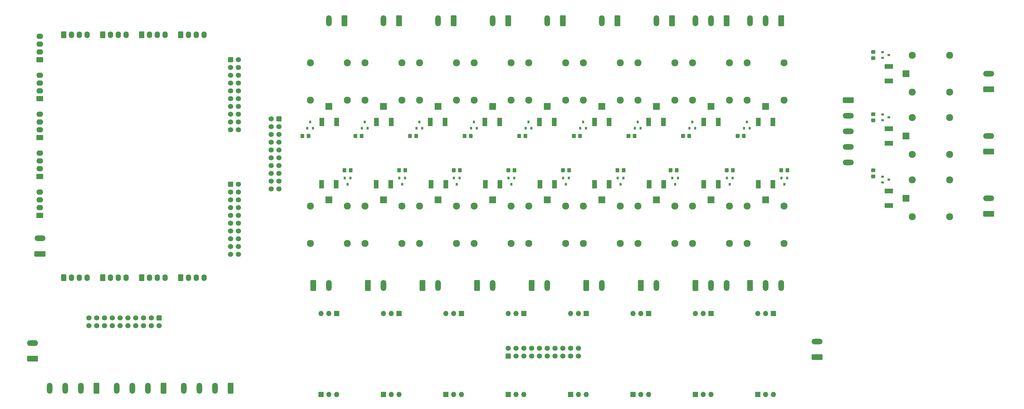
<source format=gbr>
%TF.GenerationSoftware,KiCad,Pcbnew,(5.1.12)-1*%
%TF.CreationDate,2022-04-06T16:59:54+05:30*%
%TF.ProjectId,Diet,44696574-2e6b-4696-9361-645f70636258,rev?*%
%TF.SameCoordinates,Original*%
%TF.FileFunction,Soldermask,Top*%
%TF.FilePolarity,Negative*%
%FSLAX46Y46*%
G04 Gerber Fmt 4.6, Leading zero omitted, Abs format (unit mm)*
G04 Created by KiCad (PCBNEW (5.1.12)-1) date 2022-04-06 16:59:54*
%MOMM*%
%LPD*%
G01*
G04 APERTURE LIST*
%ADD10C,2.300000*%
%ADD11R,2.300000X2.300000*%
%ADD12R,1.500000X2.700000*%
%ADD13O,1.800000X3.600000*%
%ADD14R,0.800000X0.900000*%
%ADD15R,2.700000X1.500000*%
%ADD16O,3.600000X1.800000*%
%ADD17R,0.900000X0.800000*%
%ADD18O,1.700000X1.700000*%
%ADD19R,1.700000X1.700000*%
%ADD20C,1.700000*%
%ADD21O,2.190000X1.740000*%
%ADD22O,1.740000X2.190000*%
G04 APERTURE END LIST*
D10*
%TO.C,RLY9*%
X133700000Y-56920000D03*
X145700000Y-56920000D03*
X133700000Y-69120000D03*
X145700000Y-69120000D03*
D11*
X139700000Y-71120000D03*
%TD*%
D12*
%TO.C,D1*%
X177660000Y-96520000D03*
X172860000Y-96520000D03*
%TD*%
%TO.C,D2*%
X48540000Y-76200000D03*
X53340000Y-76200000D03*
%TD*%
%TO.C,D3*%
X190640000Y-76200000D03*
X195440000Y-76200000D03*
%TD*%
%TO.C,D4*%
X119380000Y-76200000D03*
X124180000Y-76200000D03*
%TD*%
%TO.C,D5*%
X106540000Y-96520000D03*
X101740000Y-96520000D03*
%TD*%
%TO.C,D6*%
X190640000Y-96520000D03*
X195440000Y-96520000D03*
%TD*%
%TO.C,D7*%
X71120000Y-76200000D03*
X66320000Y-76200000D03*
%TD*%
%TO.C,D8*%
X53200000Y-96520000D03*
X48400000Y-96520000D03*
%TD*%
%TO.C,D9*%
X142100000Y-76200000D03*
X137300000Y-76200000D03*
%TD*%
%TO.C,D10*%
X119520000Y-96520000D03*
X124320000Y-96520000D03*
%TD*%
%TO.C,D11*%
X88620000Y-76200000D03*
X83820000Y-76200000D03*
%TD*%
%TO.C,D12*%
X70980000Y-96520000D03*
X66180000Y-96520000D03*
%TD*%
%TO.C,D13*%
X159740000Y-76200000D03*
X154940000Y-76200000D03*
%TD*%
%TO.C,D14*%
X142100000Y-96520000D03*
X137300000Y-96520000D03*
%TD*%
%TO.C,D15*%
X101600000Y-76200000D03*
X106400000Y-76200000D03*
%TD*%
%TO.C,D16*%
X84100000Y-96520000D03*
X88900000Y-96520000D03*
%TD*%
%TO.C,D17*%
X177660000Y-76200000D03*
X172860000Y-76200000D03*
%TD*%
%TO.C,D18*%
X155080000Y-96520000D03*
X159880000Y-96520000D03*
%TD*%
%TO.C,J4*%
G36*
G01*
X56780000Y-41630000D02*
X56780000Y-44730000D01*
G75*
G02*
X56530000Y-44980000I-250000J0D01*
G01*
X55230000Y-44980000D01*
G75*
G02*
X54980000Y-44730000I0J250000D01*
G01*
X54980000Y-41630000D01*
G75*
G02*
X55230000Y-41380000I250000J0D01*
G01*
X56530000Y-41380000D01*
G75*
G02*
X56780000Y-41630000I0J-250000D01*
G01*
G37*
D13*
X50800000Y-43180000D03*
%TD*%
%TO.C,J6*%
G36*
G01*
X127900000Y-41630000D02*
X127900000Y-44730000D01*
G75*
G02*
X127650000Y-44980000I-250000J0D01*
G01*
X126350000Y-44980000D01*
G75*
G02*
X126100000Y-44730000I0J250000D01*
G01*
X126100000Y-41630000D01*
G75*
G02*
X126350000Y-41380000I250000J0D01*
G01*
X127650000Y-41380000D01*
G75*
G02*
X127900000Y-41630000I0J-250000D01*
G01*
G37*
X121920000Y-43180000D03*
%TD*%
%TO.C,J7*%
G36*
G01*
X98160000Y-131090000D02*
X98160000Y-127990000D01*
G75*
G02*
X98410000Y-127740000I250000J0D01*
G01*
X99710000Y-127740000D01*
G75*
G02*
X99960000Y-127990000I0J-250000D01*
G01*
X99960000Y-131090000D01*
G75*
G02*
X99710000Y-131340000I-250000J0D01*
G01*
X98410000Y-131340000D01*
G75*
G02*
X98160000Y-131090000I0J250000D01*
G01*
G37*
X104140000Y-129540000D03*
%TD*%
%TO.C,J9*%
G36*
G01*
X74560000Y-41630000D02*
X74560000Y-44730000D01*
G75*
G02*
X74310000Y-44980000I-250000J0D01*
G01*
X73010000Y-44980000D01*
G75*
G02*
X72760000Y-44730000I0J250000D01*
G01*
X72760000Y-41630000D01*
G75*
G02*
X73010000Y-41380000I250000J0D01*
G01*
X74310000Y-41380000D01*
G75*
G02*
X74560000Y-41630000I0J-250000D01*
G01*
G37*
X68580000Y-43180000D03*
%TD*%
%TO.C,J10*%
G36*
G01*
X44820000Y-131090000D02*
X44820000Y-127990000D01*
G75*
G02*
X45070000Y-127740000I250000J0D01*
G01*
X46370000Y-127740000D01*
G75*
G02*
X46620000Y-127990000I0J-250000D01*
G01*
X46620000Y-131090000D01*
G75*
G02*
X46370000Y-131340000I-250000J0D01*
G01*
X45070000Y-131340000D01*
G75*
G02*
X44820000Y-131090000I0J250000D01*
G01*
G37*
X50800000Y-129540000D03*
%TD*%
%TO.C,J11*%
X139700000Y-43180000D03*
G36*
G01*
X145680000Y-41630000D02*
X145680000Y-44730000D01*
G75*
G02*
X145430000Y-44980000I-250000J0D01*
G01*
X144130000Y-44980000D01*
G75*
G02*
X143880000Y-44730000I0J250000D01*
G01*
X143880000Y-41630000D01*
G75*
G02*
X144130000Y-41380000I250000J0D01*
G01*
X145430000Y-41380000D01*
G75*
G02*
X145680000Y-41630000I0J-250000D01*
G01*
G37*
%TD*%
%TO.C,J12*%
X121920000Y-129540000D03*
G36*
G01*
X115940000Y-131090000D02*
X115940000Y-127990000D01*
G75*
G02*
X116190000Y-127740000I250000J0D01*
G01*
X117490000Y-127740000D01*
G75*
G02*
X117740000Y-127990000I0J-250000D01*
G01*
X117740000Y-131090000D01*
G75*
G02*
X117490000Y-131340000I-250000J0D01*
G01*
X116190000Y-131340000D01*
G75*
G02*
X115940000Y-131090000I0J250000D01*
G01*
G37*
%TD*%
%TO.C,J13*%
X86360000Y-43180000D03*
G36*
G01*
X92340000Y-41630000D02*
X92340000Y-44730000D01*
G75*
G02*
X92090000Y-44980000I-250000J0D01*
G01*
X90790000Y-44980000D01*
G75*
G02*
X90540000Y-44730000I0J250000D01*
G01*
X90540000Y-41630000D01*
G75*
G02*
X90790000Y-41380000I250000J0D01*
G01*
X92090000Y-41380000D01*
G75*
G02*
X92340000Y-41630000I0J-250000D01*
G01*
G37*
%TD*%
%TO.C,J14*%
G36*
G01*
X62600000Y-131090000D02*
X62600000Y-127990000D01*
G75*
G02*
X62850000Y-127740000I250000J0D01*
G01*
X64150000Y-127740000D01*
G75*
G02*
X64400000Y-127990000I0J-250000D01*
G01*
X64400000Y-131090000D01*
G75*
G02*
X64150000Y-131340000I-250000J0D01*
G01*
X62850000Y-131340000D01*
G75*
G02*
X62600000Y-131090000I0J250000D01*
G01*
G37*
X68580000Y-129540000D03*
%TD*%
%TO.C,J15*%
G36*
G01*
X163460000Y-41630000D02*
X163460000Y-44730000D01*
G75*
G02*
X163210000Y-44980000I-250000J0D01*
G01*
X161910000Y-44980000D01*
G75*
G02*
X161660000Y-44730000I0J250000D01*
G01*
X161660000Y-41630000D01*
G75*
G02*
X161910000Y-41380000I250000J0D01*
G01*
X163210000Y-41380000D01*
G75*
G02*
X163460000Y-41630000I0J-250000D01*
G01*
G37*
X157480000Y-43180000D03*
%TD*%
%TO.C,J16*%
X139700000Y-129540000D03*
G36*
G01*
X133720000Y-131090000D02*
X133720000Y-127990000D01*
G75*
G02*
X133970000Y-127740000I250000J0D01*
G01*
X135270000Y-127740000D01*
G75*
G02*
X135520000Y-127990000I0J-250000D01*
G01*
X135520000Y-131090000D01*
G75*
G02*
X135270000Y-131340000I-250000J0D01*
G01*
X133970000Y-131340000D01*
G75*
G02*
X133720000Y-131090000I0J250000D01*
G01*
G37*
%TD*%
%TO.C,J17*%
X104140000Y-43180000D03*
G36*
G01*
X110120000Y-41630000D02*
X110120000Y-44730000D01*
G75*
G02*
X109870000Y-44980000I-250000J0D01*
G01*
X108570000Y-44980000D01*
G75*
G02*
X108320000Y-44730000I0J250000D01*
G01*
X108320000Y-41630000D01*
G75*
G02*
X108570000Y-41380000I250000J0D01*
G01*
X109870000Y-41380000D01*
G75*
G02*
X110120000Y-41630000I0J-250000D01*
G01*
G37*
%TD*%
%TO.C,J18*%
X86360000Y-129540000D03*
G36*
G01*
X80380000Y-131090000D02*
X80380000Y-127990000D01*
G75*
G02*
X80630000Y-127740000I250000J0D01*
G01*
X81930000Y-127740000D01*
G75*
G02*
X82180000Y-127990000I0J-250000D01*
G01*
X82180000Y-131090000D01*
G75*
G02*
X81930000Y-131340000I-250000J0D01*
G01*
X80630000Y-131340000D01*
G75*
G02*
X80380000Y-131090000I0J250000D01*
G01*
G37*
%TD*%
%TO.C,J20*%
G36*
G01*
X151500000Y-131090000D02*
X151500000Y-127990000D01*
G75*
G02*
X151750000Y-127740000I250000J0D01*
G01*
X153050000Y-127740000D01*
G75*
G02*
X153300000Y-127990000I0J-250000D01*
G01*
X153300000Y-131090000D01*
G75*
G02*
X153050000Y-131340000I-250000J0D01*
G01*
X151750000Y-131340000D01*
G75*
G02*
X151500000Y-131090000I0J250000D01*
G01*
G37*
X157480000Y-129540000D03*
%TD*%
D14*
%TO.C,Q1*%
X181356000Y-96504000D03*
X180406000Y-94504000D03*
X182306000Y-94504000D03*
%TD*%
%TO.C,Q2*%
X44704000Y-76216000D03*
X45654000Y-78216000D03*
X43754000Y-78216000D03*
%TD*%
%TO.C,Q3*%
X185994000Y-78216000D03*
X187894000Y-78216000D03*
X186944000Y-76216000D03*
%TD*%
%TO.C,Q4*%
X114874000Y-78216000D03*
X116774000Y-78216000D03*
X115824000Y-76216000D03*
%TD*%
%TO.C,Q5*%
X110236000Y-96520000D03*
X109286000Y-94520000D03*
X111186000Y-94520000D03*
%TD*%
%TO.C,Q6*%
X200086000Y-94504000D03*
X198186000Y-94504000D03*
X199136000Y-96504000D03*
%TD*%
%TO.C,Q7*%
X62484000Y-76216000D03*
X63434000Y-78216000D03*
X61534000Y-78216000D03*
%TD*%
%TO.C,Q8*%
X57846000Y-94504000D03*
X55946000Y-94504000D03*
X56896000Y-96504000D03*
%TD*%
%TO.C,Q9*%
X132654000Y-78216000D03*
X134554000Y-78216000D03*
X133604000Y-76216000D03*
%TD*%
%TO.C,Q10*%
X128966000Y-94520000D03*
X127066000Y-94520000D03*
X128016000Y-96520000D03*
%TD*%
%TO.C,Q11*%
X80264000Y-76200000D03*
X81214000Y-78200000D03*
X79314000Y-78200000D03*
%TD*%
%TO.C,Q12*%
X75626000Y-94504000D03*
X73726000Y-94504000D03*
X74676000Y-96504000D03*
%TD*%
%TO.C,Q13*%
X151384000Y-76216000D03*
X152334000Y-78216000D03*
X150434000Y-78216000D03*
%TD*%
%TO.C,Q14*%
X146746000Y-94520000D03*
X144846000Y-94520000D03*
X145796000Y-96520000D03*
%TD*%
%TO.C,Q15*%
X97094000Y-78200000D03*
X98994000Y-78200000D03*
X98044000Y-76200000D03*
%TD*%
%TO.C,Q16*%
X92456000Y-96504000D03*
X91506000Y-94504000D03*
X93406000Y-94504000D03*
%TD*%
%TO.C,Q17*%
X169164000Y-76216000D03*
X170114000Y-78216000D03*
X168214000Y-78216000D03*
%TD*%
%TO.C,Q18*%
X163576000Y-96504000D03*
X162626000Y-94504000D03*
X164526000Y-94504000D03*
%TD*%
%TO.C,R2*%
G36*
G01*
X180972000Y-91497999D02*
X180972000Y-92398001D01*
G75*
G02*
X180722001Y-92648000I-249999J0D01*
G01*
X180021999Y-92648000D01*
G75*
G02*
X179772000Y-92398001I0J249999D01*
G01*
X179772000Y-91497999D01*
G75*
G02*
X180021999Y-91248000I249999J0D01*
G01*
X180722001Y-91248000D01*
G75*
G02*
X180972000Y-91497999I0J-249999D01*
G01*
G37*
G36*
G01*
X182972000Y-91497999D02*
X182972000Y-92398001D01*
G75*
G02*
X182722001Y-92648000I-249999J0D01*
G01*
X182021999Y-92648000D01*
G75*
G02*
X181772000Y-92398001I0J249999D01*
G01*
X181772000Y-91497999D01*
G75*
G02*
X182021999Y-91248000I249999J0D01*
G01*
X182722001Y-91248000D01*
G75*
G02*
X182972000Y-91497999I0J-249999D01*
G01*
G37*
%TD*%
%TO.C,R3*%
G36*
G01*
X42780000Y-80321999D02*
X42780000Y-81222001D01*
G75*
G02*
X42530001Y-81472000I-249999J0D01*
G01*
X41829999Y-81472000D01*
G75*
G02*
X41580000Y-81222001I0J249999D01*
G01*
X41580000Y-80321999D01*
G75*
G02*
X41829999Y-80072000I249999J0D01*
G01*
X42530001Y-80072000D01*
G75*
G02*
X42780000Y-80321999I0J-249999D01*
G01*
G37*
G36*
G01*
X44780000Y-80321999D02*
X44780000Y-81222001D01*
G75*
G02*
X44530001Y-81472000I-249999J0D01*
G01*
X43829999Y-81472000D01*
G75*
G02*
X43580000Y-81222001I0J249999D01*
G01*
X43580000Y-80321999D01*
G75*
G02*
X43829999Y-80072000I249999J0D01*
G01*
X44530001Y-80072000D01*
G75*
G02*
X44780000Y-80321999I0J-249999D01*
G01*
G37*
%TD*%
%TO.C,R4*%
G36*
G01*
X186528000Y-80321999D02*
X186528000Y-81222001D01*
G75*
G02*
X186278001Y-81472000I-249999J0D01*
G01*
X185577999Y-81472000D01*
G75*
G02*
X185328000Y-81222001I0J249999D01*
G01*
X185328000Y-80321999D01*
G75*
G02*
X185577999Y-80072000I249999J0D01*
G01*
X186278001Y-80072000D01*
G75*
G02*
X186528000Y-80321999I0J-249999D01*
G01*
G37*
G36*
G01*
X184528000Y-80321999D02*
X184528000Y-81222001D01*
G75*
G02*
X184278001Y-81472000I-249999J0D01*
G01*
X183577999Y-81472000D01*
G75*
G02*
X183328000Y-81222001I0J249999D01*
G01*
X183328000Y-80321999D01*
G75*
G02*
X183577999Y-80072000I249999J0D01*
G01*
X184278001Y-80072000D01*
G75*
G02*
X184528000Y-80321999I0J-249999D01*
G01*
G37*
%TD*%
%TO.C,R5*%
G36*
G01*
X115392000Y-80321999D02*
X115392000Y-81222001D01*
G75*
G02*
X115142001Y-81472000I-249999J0D01*
G01*
X114441999Y-81472000D01*
G75*
G02*
X114192000Y-81222001I0J249999D01*
G01*
X114192000Y-80321999D01*
G75*
G02*
X114441999Y-80072000I249999J0D01*
G01*
X115142001Y-80072000D01*
G75*
G02*
X115392000Y-80321999I0J-249999D01*
G01*
G37*
G36*
G01*
X113392000Y-80321999D02*
X113392000Y-81222001D01*
G75*
G02*
X113142001Y-81472000I-249999J0D01*
G01*
X112441999Y-81472000D01*
G75*
G02*
X112192000Y-81222001I0J249999D01*
G01*
X112192000Y-80321999D01*
G75*
G02*
X112441999Y-80072000I249999J0D01*
G01*
X113142001Y-80072000D01*
G75*
G02*
X113392000Y-80321999I0J-249999D01*
G01*
G37*
%TD*%
%TO.C,R6*%
G36*
G01*
X109852000Y-91497999D02*
X109852000Y-92398001D01*
G75*
G02*
X109602001Y-92648000I-249999J0D01*
G01*
X108901999Y-92648000D01*
G75*
G02*
X108652000Y-92398001I0J249999D01*
G01*
X108652000Y-91497999D01*
G75*
G02*
X108901999Y-91248000I249999J0D01*
G01*
X109602001Y-91248000D01*
G75*
G02*
X109852000Y-91497999I0J-249999D01*
G01*
G37*
G36*
G01*
X111852000Y-91497999D02*
X111852000Y-92398001D01*
G75*
G02*
X111602001Y-92648000I-249999J0D01*
G01*
X110901999Y-92648000D01*
G75*
G02*
X110652000Y-92398001I0J249999D01*
G01*
X110652000Y-91497999D01*
G75*
G02*
X110901999Y-91248000I249999J0D01*
G01*
X111602001Y-91248000D01*
G75*
G02*
X111852000Y-91497999I0J-249999D01*
G01*
G37*
%TD*%
%TO.C,R7*%
G36*
G01*
X198720000Y-91497999D02*
X198720000Y-92398001D01*
G75*
G02*
X198470001Y-92648000I-249999J0D01*
G01*
X197769999Y-92648000D01*
G75*
G02*
X197520000Y-92398001I0J249999D01*
G01*
X197520000Y-91497999D01*
G75*
G02*
X197769999Y-91248000I249999J0D01*
G01*
X198470001Y-91248000D01*
G75*
G02*
X198720000Y-91497999I0J-249999D01*
G01*
G37*
G36*
G01*
X200720000Y-91497999D02*
X200720000Y-92398001D01*
G75*
G02*
X200470001Y-92648000I-249999J0D01*
G01*
X199769999Y-92648000D01*
G75*
G02*
X199520000Y-92398001I0J249999D01*
G01*
X199520000Y-91497999D01*
G75*
G02*
X199769999Y-91248000I249999J0D01*
G01*
X200470001Y-91248000D01*
G75*
G02*
X200720000Y-91497999I0J-249999D01*
G01*
G37*
%TD*%
%TO.C,R8*%
G36*
G01*
X60052000Y-80321999D02*
X60052000Y-81222001D01*
G75*
G02*
X59802001Y-81472000I-249999J0D01*
G01*
X59101999Y-81472000D01*
G75*
G02*
X58852000Y-81222001I0J249999D01*
G01*
X58852000Y-80321999D01*
G75*
G02*
X59101999Y-80072000I249999J0D01*
G01*
X59802001Y-80072000D01*
G75*
G02*
X60052000Y-80321999I0J-249999D01*
G01*
G37*
G36*
G01*
X62052000Y-80321999D02*
X62052000Y-81222001D01*
G75*
G02*
X61802001Y-81472000I-249999J0D01*
G01*
X61101999Y-81472000D01*
G75*
G02*
X60852000Y-81222001I0J249999D01*
G01*
X60852000Y-80321999D01*
G75*
G02*
X61101999Y-80072000I249999J0D01*
G01*
X61802001Y-80072000D01*
G75*
G02*
X62052000Y-80321999I0J-249999D01*
G01*
G37*
%TD*%
%TO.C,R9*%
G36*
G01*
X58496000Y-91497999D02*
X58496000Y-92398001D01*
G75*
G02*
X58246001Y-92648000I-249999J0D01*
G01*
X57545999Y-92648000D01*
G75*
G02*
X57296000Y-92398001I0J249999D01*
G01*
X57296000Y-91497999D01*
G75*
G02*
X57545999Y-91248000I249999J0D01*
G01*
X58246001Y-91248000D01*
G75*
G02*
X58496000Y-91497999I0J-249999D01*
G01*
G37*
G36*
G01*
X56496000Y-91497999D02*
X56496000Y-92398001D01*
G75*
G02*
X56246001Y-92648000I-249999J0D01*
G01*
X55545999Y-92648000D01*
G75*
G02*
X55296000Y-92398001I0J249999D01*
G01*
X55296000Y-91497999D01*
G75*
G02*
X55545999Y-91248000I249999J0D01*
G01*
X56246001Y-91248000D01*
G75*
G02*
X56496000Y-91497999I0J-249999D01*
G01*
G37*
%TD*%
%TO.C,R10*%
G36*
G01*
X131188000Y-80321999D02*
X131188000Y-81222001D01*
G75*
G02*
X130938001Y-81472000I-249999J0D01*
G01*
X130237999Y-81472000D01*
G75*
G02*
X129988000Y-81222001I0J249999D01*
G01*
X129988000Y-80321999D01*
G75*
G02*
X130237999Y-80072000I249999J0D01*
G01*
X130938001Y-80072000D01*
G75*
G02*
X131188000Y-80321999I0J-249999D01*
G01*
G37*
G36*
G01*
X133188000Y-80321999D02*
X133188000Y-81222001D01*
G75*
G02*
X132938001Y-81472000I-249999J0D01*
G01*
X132237999Y-81472000D01*
G75*
G02*
X131988000Y-81222001I0J249999D01*
G01*
X131988000Y-80321999D01*
G75*
G02*
X132237999Y-80072000I249999J0D01*
G01*
X132938001Y-80072000D01*
G75*
G02*
X133188000Y-80321999I0J-249999D01*
G01*
G37*
%TD*%
%TO.C,R11*%
G36*
G01*
X127632000Y-91497999D02*
X127632000Y-92398001D01*
G75*
G02*
X127382001Y-92648000I-249999J0D01*
G01*
X126681999Y-92648000D01*
G75*
G02*
X126432000Y-92398001I0J249999D01*
G01*
X126432000Y-91497999D01*
G75*
G02*
X126681999Y-91248000I249999J0D01*
G01*
X127382001Y-91248000D01*
G75*
G02*
X127632000Y-91497999I0J-249999D01*
G01*
G37*
G36*
G01*
X129632000Y-91497999D02*
X129632000Y-92398001D01*
G75*
G02*
X129382001Y-92648000I-249999J0D01*
G01*
X128681999Y-92648000D01*
G75*
G02*
X128432000Y-92398001I0J249999D01*
G01*
X128432000Y-91497999D01*
G75*
G02*
X128681999Y-91248000I249999J0D01*
G01*
X129382001Y-91248000D01*
G75*
G02*
X129632000Y-91497999I0J-249999D01*
G01*
G37*
%TD*%
%TO.C,R12*%
G36*
G01*
X77832000Y-80321999D02*
X77832000Y-81222001D01*
G75*
G02*
X77582001Y-81472000I-249999J0D01*
G01*
X76881999Y-81472000D01*
G75*
G02*
X76632000Y-81222001I0J249999D01*
G01*
X76632000Y-80321999D01*
G75*
G02*
X76881999Y-80072000I249999J0D01*
G01*
X77582001Y-80072000D01*
G75*
G02*
X77832000Y-80321999I0J-249999D01*
G01*
G37*
G36*
G01*
X79832000Y-80321999D02*
X79832000Y-81222001D01*
G75*
G02*
X79582001Y-81472000I-249999J0D01*
G01*
X78881999Y-81472000D01*
G75*
G02*
X78632000Y-81222001I0J249999D01*
G01*
X78632000Y-80321999D01*
G75*
G02*
X78881999Y-80072000I249999J0D01*
G01*
X79582001Y-80072000D01*
G75*
G02*
X79832000Y-80321999I0J-249999D01*
G01*
G37*
%TD*%
%TO.C,R13*%
G36*
G01*
X76276000Y-91497999D02*
X76276000Y-92398001D01*
G75*
G02*
X76026001Y-92648000I-249999J0D01*
G01*
X75325999Y-92648000D01*
G75*
G02*
X75076000Y-92398001I0J249999D01*
G01*
X75076000Y-91497999D01*
G75*
G02*
X75325999Y-91248000I249999J0D01*
G01*
X76026001Y-91248000D01*
G75*
G02*
X76276000Y-91497999I0J-249999D01*
G01*
G37*
G36*
G01*
X74276000Y-91497999D02*
X74276000Y-92398001D01*
G75*
G02*
X74026001Y-92648000I-249999J0D01*
G01*
X73325999Y-92648000D01*
G75*
G02*
X73076000Y-92398001I0J249999D01*
G01*
X73076000Y-91497999D01*
G75*
G02*
X73325999Y-91248000I249999J0D01*
G01*
X74026001Y-91248000D01*
G75*
G02*
X74276000Y-91497999I0J-249999D01*
G01*
G37*
%TD*%
%TO.C,R14*%
G36*
G01*
X150968000Y-80321999D02*
X150968000Y-81222001D01*
G75*
G02*
X150718001Y-81472000I-249999J0D01*
G01*
X150017999Y-81472000D01*
G75*
G02*
X149768000Y-81222001I0J249999D01*
G01*
X149768000Y-80321999D01*
G75*
G02*
X150017999Y-80072000I249999J0D01*
G01*
X150718001Y-80072000D01*
G75*
G02*
X150968000Y-80321999I0J-249999D01*
G01*
G37*
G36*
G01*
X148968000Y-80321999D02*
X148968000Y-81222001D01*
G75*
G02*
X148718001Y-81472000I-249999J0D01*
G01*
X148017999Y-81472000D01*
G75*
G02*
X147768000Y-81222001I0J249999D01*
G01*
X147768000Y-80321999D01*
G75*
G02*
X148017999Y-80072000I249999J0D01*
G01*
X148718001Y-80072000D01*
G75*
G02*
X148968000Y-80321999I0J-249999D01*
G01*
G37*
%TD*%
%TO.C,R15*%
G36*
G01*
X147380000Y-91497999D02*
X147380000Y-92398001D01*
G75*
G02*
X147130001Y-92648000I-249999J0D01*
G01*
X146429999Y-92648000D01*
G75*
G02*
X146180000Y-92398001I0J249999D01*
G01*
X146180000Y-91497999D01*
G75*
G02*
X146429999Y-91248000I249999J0D01*
G01*
X147130001Y-91248000D01*
G75*
G02*
X147380000Y-91497999I0J-249999D01*
G01*
G37*
G36*
G01*
X145380000Y-91497999D02*
X145380000Y-92398001D01*
G75*
G02*
X145130001Y-92648000I-249999J0D01*
G01*
X144429999Y-92648000D01*
G75*
G02*
X144180000Y-92398001I0J249999D01*
G01*
X144180000Y-91497999D01*
G75*
G02*
X144429999Y-91248000I249999J0D01*
G01*
X145130001Y-91248000D01*
G75*
G02*
X145380000Y-91497999I0J-249999D01*
G01*
G37*
%TD*%
%TO.C,R16*%
G36*
G01*
X97596000Y-80321999D02*
X97596000Y-81222001D01*
G75*
G02*
X97346001Y-81472000I-249999J0D01*
G01*
X96645999Y-81472000D01*
G75*
G02*
X96396000Y-81222001I0J249999D01*
G01*
X96396000Y-80321999D01*
G75*
G02*
X96645999Y-80072000I249999J0D01*
G01*
X97346001Y-80072000D01*
G75*
G02*
X97596000Y-80321999I0J-249999D01*
G01*
G37*
G36*
G01*
X95596000Y-80321999D02*
X95596000Y-81222001D01*
G75*
G02*
X95346001Y-81472000I-249999J0D01*
G01*
X94645999Y-81472000D01*
G75*
G02*
X94396000Y-81222001I0J249999D01*
G01*
X94396000Y-80321999D01*
G75*
G02*
X94645999Y-80072000I249999J0D01*
G01*
X95346001Y-80072000D01*
G75*
G02*
X95596000Y-80321999I0J-249999D01*
G01*
G37*
%TD*%
%TO.C,R17*%
G36*
G01*
X92072000Y-91497999D02*
X92072000Y-92398001D01*
G75*
G02*
X91822001Y-92648000I-249999J0D01*
G01*
X91121999Y-92648000D01*
G75*
G02*
X90872000Y-92398001I0J249999D01*
G01*
X90872000Y-91497999D01*
G75*
G02*
X91121999Y-91248000I249999J0D01*
G01*
X91822001Y-91248000D01*
G75*
G02*
X92072000Y-91497999I0J-249999D01*
G01*
G37*
G36*
G01*
X94072000Y-91497999D02*
X94072000Y-92398001D01*
G75*
G02*
X93822001Y-92648000I-249999J0D01*
G01*
X93121999Y-92648000D01*
G75*
G02*
X92872000Y-92398001I0J249999D01*
G01*
X92872000Y-91497999D01*
G75*
G02*
X93121999Y-91248000I249999J0D01*
G01*
X93822001Y-91248000D01*
G75*
G02*
X94072000Y-91497999I0J-249999D01*
G01*
G37*
%TD*%
%TO.C,R18*%
G36*
G01*
X168748000Y-80321999D02*
X168748000Y-81222001D01*
G75*
G02*
X168498001Y-81472000I-249999J0D01*
G01*
X167797999Y-81472000D01*
G75*
G02*
X167548000Y-81222001I0J249999D01*
G01*
X167548000Y-80321999D01*
G75*
G02*
X167797999Y-80072000I249999J0D01*
G01*
X168498001Y-80072000D01*
G75*
G02*
X168748000Y-80321999I0J-249999D01*
G01*
G37*
G36*
G01*
X166748000Y-80321999D02*
X166748000Y-81222001D01*
G75*
G02*
X166498001Y-81472000I-249999J0D01*
G01*
X165797999Y-81472000D01*
G75*
G02*
X165548000Y-81222001I0J249999D01*
G01*
X165548000Y-80321999D01*
G75*
G02*
X165797999Y-80072000I249999J0D01*
G01*
X166498001Y-80072000D01*
G75*
G02*
X166748000Y-80321999I0J-249999D01*
G01*
G37*
%TD*%
%TO.C,R19*%
G36*
G01*
X164684000Y-91497999D02*
X164684000Y-92398001D01*
G75*
G02*
X164434001Y-92648000I-249999J0D01*
G01*
X163733999Y-92648000D01*
G75*
G02*
X163484000Y-92398001I0J249999D01*
G01*
X163484000Y-91497999D01*
G75*
G02*
X163733999Y-91248000I249999J0D01*
G01*
X164434001Y-91248000D01*
G75*
G02*
X164684000Y-91497999I0J-249999D01*
G01*
G37*
G36*
G01*
X162684000Y-91497999D02*
X162684000Y-92398001D01*
G75*
G02*
X162434001Y-92648000I-249999J0D01*
G01*
X161733999Y-92648000D01*
G75*
G02*
X161484000Y-92398001I0J249999D01*
G01*
X161484000Y-91497999D01*
G75*
G02*
X161733999Y-91248000I249999J0D01*
G01*
X162434001Y-91248000D01*
G75*
G02*
X162684000Y-91497999I0J-249999D01*
G01*
G37*
%TD*%
D11*
%TO.C,RLY1*%
X175260000Y-101600000D03*
D10*
X169260000Y-103600000D03*
X181260000Y-103600000D03*
X169260000Y-115800000D03*
X181260000Y-115800000D03*
%TD*%
%TO.C,RLY2*%
X44800000Y-56920000D03*
X56800000Y-56920000D03*
X44800000Y-69120000D03*
X56800000Y-69120000D03*
D11*
X50800000Y-71120000D03*
%TD*%
%TO.C,RLY3*%
X193040000Y-71120000D03*
D10*
X199040000Y-69120000D03*
X187040000Y-69120000D03*
X199040000Y-56920000D03*
X187040000Y-56920000D03*
%TD*%
%TO.C,RLY4*%
X115920000Y-56920000D03*
X127920000Y-56920000D03*
X115920000Y-69120000D03*
X127920000Y-69120000D03*
D11*
X121920000Y-71120000D03*
%TD*%
D10*
%TO.C,RLY5*%
X110140000Y-115800000D03*
X98140000Y-115800000D03*
X110140000Y-103600000D03*
X98140000Y-103600000D03*
D11*
X104140000Y-101600000D03*
%TD*%
%TO.C,RLY6*%
X193040000Y-101600000D03*
D10*
X187040000Y-103600000D03*
X199040000Y-103600000D03*
X187040000Y-115800000D03*
X199040000Y-115800000D03*
%TD*%
%TO.C,RLY7*%
X62580000Y-56920000D03*
X74580000Y-56920000D03*
X62580000Y-69120000D03*
X74580000Y-69120000D03*
D11*
X68580000Y-71120000D03*
%TD*%
%TO.C,RLY8*%
X50800000Y-101600000D03*
D10*
X44800000Y-103600000D03*
X56800000Y-103600000D03*
X44800000Y-115800000D03*
X56800000Y-115800000D03*
%TD*%
%TO.C,RLY10*%
X127920000Y-115800000D03*
X115920000Y-115800000D03*
X127920000Y-103600000D03*
X115920000Y-103600000D03*
D11*
X121920000Y-101600000D03*
%TD*%
D10*
%TO.C,RLY11*%
X80360000Y-56920000D03*
X92360000Y-56920000D03*
X80360000Y-69120000D03*
X92360000Y-69120000D03*
D11*
X86360000Y-71120000D03*
%TD*%
%TO.C,RLY12*%
X68580000Y-101600000D03*
D10*
X62580000Y-103600000D03*
X74580000Y-103600000D03*
X62580000Y-115800000D03*
X74580000Y-115800000D03*
%TD*%
D11*
%TO.C,RLY13*%
X157480000Y-71120000D03*
D10*
X163480000Y-69120000D03*
X151480000Y-69120000D03*
X163480000Y-56920000D03*
X151480000Y-56920000D03*
%TD*%
%TO.C,RLY14*%
X145700000Y-115800000D03*
X133700000Y-115800000D03*
X145700000Y-103600000D03*
X133700000Y-103600000D03*
D11*
X139700000Y-101600000D03*
%TD*%
%TO.C,RLY15*%
X104140000Y-71120000D03*
D10*
X110140000Y-69120000D03*
X98140000Y-69120000D03*
X110140000Y-56920000D03*
X98140000Y-56920000D03*
%TD*%
D11*
%TO.C,RLY16*%
X86360000Y-101600000D03*
D10*
X80360000Y-103600000D03*
X92360000Y-103600000D03*
X80360000Y-115800000D03*
X92360000Y-115800000D03*
%TD*%
%TO.C,RLY17*%
X169260000Y-56920000D03*
X181260000Y-56920000D03*
X169260000Y-69120000D03*
X181260000Y-69120000D03*
D11*
X175260000Y-71120000D03*
%TD*%
%TO.C,RLY18*%
X157480000Y-101600000D03*
D10*
X151480000Y-103600000D03*
X163480000Y-103600000D03*
X151480000Y-115800000D03*
X163480000Y-115800000D03*
%TD*%
D15*
%TO.C,D19*%
X233172000Y-83172000D03*
X233172000Y-78372000D03*
%TD*%
%TO.C,D20*%
X233172000Y-103492000D03*
X233172000Y-98692000D03*
%TD*%
%TO.C,D21*%
X233172000Y-58052000D03*
X233172000Y-62852000D03*
%TD*%
D16*
%TO.C,J2*%
X265684000Y-80772000D03*
G36*
G01*
X267234000Y-86752000D02*
X264134000Y-86752000D01*
G75*
G02*
X263884000Y-86502000I0J250000D01*
G01*
X263884000Y-85202000D01*
G75*
G02*
X264134000Y-84952000I250000J0D01*
G01*
X267234000Y-84952000D01*
G75*
G02*
X267484000Y-85202000I0J-250000D01*
G01*
X267484000Y-86502000D01*
G75*
G02*
X267234000Y-86752000I-250000J0D01*
G01*
G37*
%TD*%
%TO.C,J21*%
G36*
G01*
X267234000Y-107072000D02*
X264134000Y-107072000D01*
G75*
G02*
X263884000Y-106822000I0J250000D01*
G01*
X263884000Y-105522000D01*
G75*
G02*
X264134000Y-105272000I250000J0D01*
G01*
X267234000Y-105272000D01*
G75*
G02*
X267484000Y-105522000I0J-250000D01*
G01*
X267484000Y-106822000D01*
G75*
G02*
X267234000Y-107072000I-250000J0D01*
G01*
G37*
X265684000Y-101092000D03*
%TD*%
%TO.C,J22*%
G36*
G01*
X267234000Y-66432000D02*
X264134000Y-66432000D01*
G75*
G02*
X263884000Y-66182000I0J250000D01*
G01*
X263884000Y-64882000D01*
G75*
G02*
X264134000Y-64632000I250000J0D01*
G01*
X267234000Y-64632000D01*
G75*
G02*
X267484000Y-64882000I0J-250000D01*
G01*
X267484000Y-66182000D01*
G75*
G02*
X267234000Y-66432000I-250000J0D01*
G01*
G37*
X265684000Y-60452000D03*
%TD*%
D17*
%TO.C,Q19*%
X233156000Y-74676000D03*
X231156000Y-75626000D03*
X231156000Y-73726000D03*
%TD*%
%TO.C,Q20*%
X231156000Y-94046000D03*
X231156000Y-95946000D03*
X233156000Y-94996000D03*
%TD*%
%TO.C,Q21*%
X231156000Y-53406000D03*
X231156000Y-55306000D03*
X233156000Y-54356000D03*
%TD*%
%TO.C,R1*%
G36*
G01*
X227641999Y-73076000D02*
X228542001Y-73076000D01*
G75*
G02*
X228792000Y-73325999I0J-249999D01*
G01*
X228792000Y-74026001D01*
G75*
G02*
X228542001Y-74276000I-249999J0D01*
G01*
X227641999Y-74276000D01*
G75*
G02*
X227392000Y-74026001I0J249999D01*
G01*
X227392000Y-73325999D01*
G75*
G02*
X227641999Y-73076000I249999J0D01*
G01*
G37*
G36*
G01*
X227641999Y-75076000D02*
X228542001Y-75076000D01*
G75*
G02*
X228792000Y-75325999I0J-249999D01*
G01*
X228792000Y-76026001D01*
G75*
G02*
X228542001Y-76276000I-249999J0D01*
G01*
X227641999Y-76276000D01*
G75*
G02*
X227392000Y-76026001I0J249999D01*
G01*
X227392000Y-75325999D01*
G75*
G02*
X227641999Y-75076000I249999J0D01*
G01*
G37*
%TD*%
%TO.C,R20*%
G36*
G01*
X228542001Y-94564000D02*
X227641999Y-94564000D01*
G75*
G02*
X227392000Y-94314001I0J249999D01*
G01*
X227392000Y-93613999D01*
G75*
G02*
X227641999Y-93364000I249999J0D01*
G01*
X228542001Y-93364000D01*
G75*
G02*
X228792000Y-93613999I0J-249999D01*
G01*
X228792000Y-94314001D01*
G75*
G02*
X228542001Y-94564000I-249999J0D01*
G01*
G37*
G36*
G01*
X228542001Y-92564000D02*
X227641999Y-92564000D01*
G75*
G02*
X227392000Y-92314001I0J249999D01*
G01*
X227392000Y-91613999D01*
G75*
G02*
X227641999Y-91364000I249999J0D01*
G01*
X228542001Y-91364000D01*
G75*
G02*
X228792000Y-91613999I0J-249999D01*
G01*
X228792000Y-92314001D01*
G75*
G02*
X228542001Y-92564000I-249999J0D01*
G01*
G37*
%TD*%
%TO.C,R21*%
G36*
G01*
X227641999Y-54772000D02*
X228542001Y-54772000D01*
G75*
G02*
X228792000Y-55021999I0J-249999D01*
G01*
X228792000Y-55722001D01*
G75*
G02*
X228542001Y-55972000I-249999J0D01*
G01*
X227641999Y-55972000D01*
G75*
G02*
X227392000Y-55722001I0J249999D01*
G01*
X227392000Y-55021999D01*
G75*
G02*
X227641999Y-54772000I249999J0D01*
G01*
G37*
G36*
G01*
X227641999Y-52772000D02*
X228542001Y-52772000D01*
G75*
G02*
X228792000Y-53021999I0J-249999D01*
G01*
X228792000Y-53722001D01*
G75*
G02*
X228542001Y-53972000I-249999J0D01*
G01*
X227641999Y-53972000D01*
G75*
G02*
X227392000Y-53722001I0J249999D01*
G01*
X227392000Y-53021999D01*
G75*
G02*
X227641999Y-52772000I249999J0D01*
G01*
G37*
%TD*%
D10*
%TO.C,RLY19*%
X252960000Y-74772000D03*
X252960000Y-86772000D03*
X240760000Y-74772000D03*
X240760000Y-86772000D03*
D11*
X238760000Y-80772000D03*
%TD*%
%TO.C,RLY20*%
X238760000Y-101092000D03*
D10*
X240760000Y-107092000D03*
X240760000Y-95092000D03*
X252960000Y-107092000D03*
X252960000Y-95092000D03*
%TD*%
D11*
%TO.C,RLY21*%
X238760000Y-60452000D03*
D10*
X240760000Y-66452000D03*
X240760000Y-54452000D03*
X252960000Y-66452000D03*
X252960000Y-54452000D03*
%TD*%
%TO.C,J23*%
G36*
G01*
X218414000Y-68188000D02*
X221514000Y-68188000D01*
G75*
G02*
X221764000Y-68438000I0J-250000D01*
G01*
X221764000Y-69738000D01*
G75*
G02*
X221514000Y-69988000I-250000J0D01*
G01*
X218414000Y-69988000D01*
G75*
G02*
X218164000Y-69738000I0J250000D01*
G01*
X218164000Y-68438000D01*
G75*
G02*
X218414000Y-68188000I250000J0D01*
G01*
G37*
D16*
X219964000Y-74168000D03*
X219964000Y-79248000D03*
X219964000Y-84328000D03*
X219964000Y-89408000D03*
%TD*%
D18*
%TO.C,J24*%
X73660000Y-165100000D03*
X71120000Y-165100000D03*
D19*
X68580000Y-165100000D03*
%TD*%
%TO.C,J25*%
G36*
G01*
X211354000Y-153808000D02*
X208254000Y-153808000D01*
G75*
G02*
X208004000Y-153558000I0J250000D01*
G01*
X208004000Y-152258000D01*
G75*
G02*
X208254000Y-152008000I250000J0D01*
G01*
X211354000Y-152008000D01*
G75*
G02*
X211604000Y-152258000I0J-250000D01*
G01*
X211604000Y-153558000D01*
G75*
G02*
X211354000Y-153808000I-250000J0D01*
G01*
G37*
D16*
X209804000Y-147828000D03*
%TD*%
D18*
%TO.C,J26*%
X109220000Y-138684000D03*
X111760000Y-138684000D03*
D19*
X114300000Y-138684000D03*
%TD*%
%TO.C,J27*%
X129540000Y-165100000D03*
D18*
X132080000Y-165100000D03*
X134620000Y-165100000D03*
%TD*%
%TO.C,J28*%
X190500000Y-138684000D03*
X193040000Y-138684000D03*
D19*
X195580000Y-138684000D03*
%TD*%
%TO.C,J29*%
X48260000Y-165100000D03*
D18*
X50800000Y-165100000D03*
X53340000Y-165100000D03*
%TD*%
D19*
%TO.C,J30*%
X93980000Y-138684000D03*
D18*
X91440000Y-138684000D03*
X88900000Y-138684000D03*
%TD*%
%TO.C,J31*%
X154940000Y-165100000D03*
X152400000Y-165100000D03*
D19*
X149860000Y-165100000D03*
%TD*%
%TO.C,J32*%
X175260000Y-138684000D03*
D18*
X172720000Y-138684000D03*
X170180000Y-138684000D03*
%TD*%
%TO.C,J33*%
X68580000Y-138684000D03*
X71120000Y-138684000D03*
D19*
X73660000Y-138684000D03*
%TD*%
%TO.C,J34*%
X170180000Y-165100000D03*
D18*
X172720000Y-165100000D03*
X175260000Y-165100000D03*
%TD*%
%TO.C,J35*%
X149860000Y-138684000D03*
X152400000Y-138684000D03*
D19*
X154940000Y-138684000D03*
%TD*%
%TO.C,J36*%
X88900000Y-165100000D03*
D18*
X91440000Y-165100000D03*
X93980000Y-165100000D03*
%TD*%
D19*
%TO.C,J37*%
X53340000Y-138684000D03*
D18*
X50800000Y-138684000D03*
X48260000Y-138684000D03*
%TD*%
%TO.C,J38*%
X195580000Y-165100000D03*
X193040000Y-165100000D03*
D19*
X190500000Y-165100000D03*
%TD*%
%TO.C,J39*%
X134620000Y-138684000D03*
D18*
X132080000Y-138684000D03*
X129540000Y-138684000D03*
%TD*%
%TO.C,J40*%
X114300000Y-165100000D03*
X111760000Y-165100000D03*
D19*
X109220000Y-165100000D03*
%TD*%
D13*
%TO.C,J5*%
X187960000Y-43180000D03*
X193040000Y-43180000D03*
G36*
G01*
X199020000Y-41630000D02*
X199020000Y-44730000D01*
G75*
G02*
X198770000Y-44980000I-250000J0D01*
G01*
X197470000Y-44980000D01*
G75*
G02*
X197220000Y-44730000I0J250000D01*
G01*
X197220000Y-41630000D01*
G75*
G02*
X197470000Y-41380000I250000J0D01*
G01*
X198770000Y-41380000D01*
G75*
G02*
X199020000Y-41630000I0J-250000D01*
G01*
G37*
%TD*%
%TO.C,J19*%
G36*
G01*
X181240000Y-41630000D02*
X181240000Y-44730000D01*
G75*
G02*
X180990000Y-44980000I-250000J0D01*
G01*
X179690000Y-44980000D01*
G75*
G02*
X179440000Y-44730000I0J250000D01*
G01*
X179440000Y-41630000D01*
G75*
G02*
X179690000Y-41380000I250000J0D01*
G01*
X180990000Y-41380000D01*
G75*
G02*
X181240000Y-41630000I0J-250000D01*
G01*
G37*
X175260000Y-43180000D03*
X170180000Y-43180000D03*
%TD*%
%TO.C,J3*%
X180340000Y-129540000D03*
X175260000Y-129540000D03*
G36*
G01*
X169280000Y-131090000D02*
X169280000Y-127990000D01*
G75*
G02*
X169530000Y-127740000I250000J0D01*
G01*
X170830000Y-127740000D01*
G75*
G02*
X171080000Y-127990000I0J-250000D01*
G01*
X171080000Y-131090000D01*
G75*
G02*
X170830000Y-131340000I-250000J0D01*
G01*
X169530000Y-131340000D01*
G75*
G02*
X169280000Y-131090000I0J250000D01*
G01*
G37*
%TD*%
%TO.C,J8*%
G36*
G01*
X187060000Y-131090000D02*
X187060000Y-127990000D01*
G75*
G02*
X187310000Y-127740000I250000J0D01*
G01*
X188610000Y-127740000D01*
G75*
G02*
X188860000Y-127990000I0J-250000D01*
G01*
X188860000Y-131090000D01*
G75*
G02*
X188610000Y-131340000I-250000J0D01*
G01*
X187310000Y-131340000D01*
G75*
G02*
X187060000Y-131090000I0J250000D01*
G01*
G37*
X193040000Y-129540000D03*
X198120000Y-129540000D03*
%TD*%
%TO.C,J1*%
G36*
G01*
X35394000Y-74584000D02*
X35394000Y-75784000D01*
G75*
G02*
X35144000Y-76034000I-250000J0D01*
G01*
X33944000Y-76034000D01*
G75*
G02*
X33694000Y-75784000I0J250000D01*
G01*
X33694000Y-74584000D01*
G75*
G02*
X33944000Y-74334000I250000J0D01*
G01*
X35144000Y-74334000D01*
G75*
G02*
X35394000Y-74584000I0J-250000D01*
G01*
G37*
D20*
X34544000Y-77724000D03*
X34544000Y-80264000D03*
X34544000Y-82804000D03*
X34544000Y-85344000D03*
X34544000Y-87884000D03*
X34544000Y-90424000D03*
X34544000Y-92964000D03*
X34544000Y-95504000D03*
X34544000Y-98044000D03*
X32004000Y-75184000D03*
X32004000Y-77724000D03*
X32004000Y-80264000D03*
X32004000Y-82804000D03*
X32004000Y-85344000D03*
X32004000Y-87884000D03*
X32004000Y-90424000D03*
X32004000Y-92964000D03*
X32004000Y-95504000D03*
X32004000Y-98044000D03*
%TD*%
%TO.C,J41*%
X132060000Y-150060000D03*
X129520000Y-150060000D03*
X126980000Y-150060000D03*
X124440000Y-150060000D03*
X121900000Y-150060000D03*
X119360000Y-150060000D03*
X116820000Y-150060000D03*
X114280000Y-150060000D03*
X111740000Y-150060000D03*
X109200000Y-150060000D03*
X132060000Y-152600000D03*
X129520000Y-152600000D03*
X126980000Y-152600000D03*
X124440000Y-152600000D03*
X121900000Y-152600000D03*
X119360000Y-152600000D03*
X116820000Y-152600000D03*
X114280000Y-152600000D03*
X111740000Y-152600000D03*
G36*
G01*
X109800000Y-153450000D02*
X108600000Y-153450000D01*
G75*
G02*
X108350000Y-153200000I0J250000D01*
G01*
X108350000Y-152000000D01*
G75*
G02*
X108600000Y-151750000I250000J0D01*
G01*
X109800000Y-151750000D01*
G75*
G02*
X110050000Y-152000000I0J-250000D01*
G01*
X110050000Y-153200000D01*
G75*
G02*
X109800000Y-153450000I-250000J0D01*
G01*
G37*
%TD*%
%TO.C,J42*%
X21336000Y-78740000D03*
X21336000Y-76200000D03*
X21336000Y-73660000D03*
X21336000Y-71120000D03*
X21336000Y-68580000D03*
X21336000Y-66040000D03*
X21336000Y-63500000D03*
X21336000Y-60960000D03*
X21336000Y-58420000D03*
X21336000Y-55880000D03*
X18796000Y-78740000D03*
X18796000Y-76200000D03*
X18796000Y-73660000D03*
X18796000Y-71120000D03*
X18796000Y-68580000D03*
X18796000Y-66040000D03*
X18796000Y-63500000D03*
X18796000Y-60960000D03*
X18796000Y-58420000D03*
G36*
G01*
X17946000Y-56480000D02*
X17946000Y-55280000D01*
G75*
G02*
X18196000Y-55030000I250000J0D01*
G01*
X19396000Y-55030000D01*
G75*
G02*
X19646000Y-55280000I0J-250000D01*
G01*
X19646000Y-56480000D01*
G75*
G02*
X19396000Y-56730000I-250000J0D01*
G01*
X18196000Y-56730000D01*
G75*
G02*
X17946000Y-56480000I0J250000D01*
G01*
G37*
%TD*%
%TO.C,J43*%
G36*
G01*
X17946000Y-97120000D02*
X17946000Y-95920000D01*
G75*
G02*
X18196000Y-95670000I250000J0D01*
G01*
X19396000Y-95670000D01*
G75*
G02*
X19646000Y-95920000I0J-250000D01*
G01*
X19646000Y-97120000D01*
G75*
G02*
X19396000Y-97370000I-250000J0D01*
G01*
X18196000Y-97370000D01*
G75*
G02*
X17946000Y-97120000I0J250000D01*
G01*
G37*
X18796000Y-99060000D03*
X18796000Y-101600000D03*
X18796000Y-104140000D03*
X18796000Y-106680000D03*
X18796000Y-109220000D03*
X18796000Y-111760000D03*
X18796000Y-114300000D03*
X18796000Y-116840000D03*
X18796000Y-119380000D03*
X21336000Y-96520000D03*
X21336000Y-99060000D03*
X21336000Y-101600000D03*
X21336000Y-104140000D03*
X21336000Y-106680000D03*
X21336000Y-109220000D03*
X21336000Y-111760000D03*
X21336000Y-114300000D03*
X21336000Y-116840000D03*
X21336000Y-119380000D03*
%TD*%
D21*
%TO.C,J44*%
X-43357800Y-86360000D03*
X-43357800Y-88900000D03*
X-43357800Y-91440000D03*
G36*
G01*
X-42512799Y-94850000D02*
X-44202801Y-94850000D01*
G75*
G02*
X-44452800Y-94600001I0J249999D01*
G01*
X-44452800Y-93359999D01*
G75*
G02*
X-44202801Y-93110000I249999J0D01*
G01*
X-42512799Y-93110000D01*
G75*
G02*
X-42262800Y-93359999I0J-249999D01*
G01*
X-42262800Y-94600001D01*
G75*
G02*
X-42512799Y-94850000I-249999J0D01*
G01*
G37*
%TD*%
%TO.C,J45*%
G36*
G01*
X1670000Y-48597001D02*
X1670000Y-46906999D01*
G75*
G02*
X1919999Y-46657000I249999J0D01*
G01*
X3160001Y-46657000D01*
G75*
G02*
X3410000Y-46906999I0J-249999D01*
G01*
X3410000Y-48597001D01*
G75*
G02*
X3160001Y-48847000I-249999J0D01*
G01*
X1919999Y-48847000D01*
G75*
G02*
X1670000Y-48597001I0J249999D01*
G01*
G37*
D22*
X5080000Y-47752000D03*
X7620000Y-47752000D03*
X10160000Y-47752000D03*
%TD*%
%TO.C,J46*%
G36*
G01*
X-42512799Y-107550000D02*
X-44202801Y-107550000D01*
G75*
G02*
X-44452800Y-107300001I0J249999D01*
G01*
X-44452800Y-106059999D01*
G75*
G02*
X-44202801Y-105810000I249999J0D01*
G01*
X-42512799Y-105810000D01*
G75*
G02*
X-42262800Y-106059999I0J-249999D01*
G01*
X-42262800Y-107300001D01*
G75*
G02*
X-42512799Y-107550000I-249999J0D01*
G01*
G37*
D21*
X-43357800Y-104140000D03*
X-43357800Y-101600000D03*
X-43357800Y-99060000D03*
%TD*%
D22*
%TO.C,J47*%
X-2540000Y-47752000D03*
X-5080000Y-47752000D03*
X-7620000Y-47752000D03*
G36*
G01*
X-11030000Y-48597001D02*
X-11030000Y-46906999D01*
G75*
G02*
X-10780001Y-46657000I249999J0D01*
G01*
X-9539999Y-46657000D01*
G75*
G02*
X-9290000Y-46906999I0J-249999D01*
G01*
X-9290000Y-48597001D01*
G75*
G02*
X-9539999Y-48847000I-249999J0D01*
G01*
X-10780001Y-48847000D01*
G75*
G02*
X-11030000Y-48597001I0J249999D01*
G01*
G37*
%TD*%
%TO.C,J48*%
G36*
G01*
X-36430000Y-127845001D02*
X-36430000Y-126154999D01*
G75*
G02*
X-36180001Y-125905000I249999J0D01*
G01*
X-34939999Y-125905000D01*
G75*
G02*
X-34690000Y-126154999I0J-249999D01*
G01*
X-34690000Y-127845001D01*
G75*
G02*
X-34939999Y-128095000I-249999J0D01*
G01*
X-36180001Y-128095000D01*
G75*
G02*
X-36430000Y-127845001I0J249999D01*
G01*
G37*
X-33020000Y-127000000D03*
X-30480000Y-127000000D03*
X-27940000Y-127000000D03*
%TD*%
%TO.C,J49*%
G36*
G01*
X-23730000Y-48597001D02*
X-23730000Y-46906999D01*
G75*
G02*
X-23480001Y-46657000I249999J0D01*
G01*
X-22239999Y-46657000D01*
G75*
G02*
X-21990000Y-46906999I0J-249999D01*
G01*
X-21990000Y-48597001D01*
G75*
G02*
X-22239999Y-48847000I-249999J0D01*
G01*
X-23480001Y-48847000D01*
G75*
G02*
X-23730000Y-48597001I0J249999D01*
G01*
G37*
X-20320000Y-47752000D03*
X-17780000Y-47752000D03*
X-15240000Y-47752000D03*
%TD*%
%TO.C,J50*%
X-15240000Y-127000000D03*
X-17780000Y-127000000D03*
X-20320000Y-127000000D03*
G36*
G01*
X-23730000Y-127845001D02*
X-23730000Y-126154999D01*
G75*
G02*
X-23480001Y-125905000I249999J0D01*
G01*
X-22239999Y-125905000D01*
G75*
G02*
X-21990000Y-126154999I0J-249999D01*
G01*
X-21990000Y-127845001D01*
G75*
G02*
X-22239999Y-128095000I-249999J0D01*
G01*
X-23480001Y-128095000D01*
G75*
G02*
X-23730000Y-127845001I0J249999D01*
G01*
G37*
%TD*%
%TO.C,J51*%
X-27940000Y-47752000D03*
X-30480000Y-47752000D03*
X-33020000Y-47752000D03*
G36*
G01*
X-36430000Y-48597001D02*
X-36430000Y-46906999D01*
G75*
G02*
X-36180001Y-46657000I249999J0D01*
G01*
X-34939999Y-46657000D01*
G75*
G02*
X-34690000Y-46906999I0J-249999D01*
G01*
X-34690000Y-48597001D01*
G75*
G02*
X-34939999Y-48847000I-249999J0D01*
G01*
X-36180001Y-48847000D01*
G75*
G02*
X-36430000Y-48597001I0J249999D01*
G01*
G37*
%TD*%
%TO.C,J52*%
G36*
G01*
X-11030000Y-127845001D02*
X-11030000Y-126154999D01*
G75*
G02*
X-10780001Y-125905000I249999J0D01*
G01*
X-9539999Y-125905000D01*
G75*
G02*
X-9290000Y-126154999I0J-249999D01*
G01*
X-9290000Y-127845001D01*
G75*
G02*
X-9539999Y-128095000I-249999J0D01*
G01*
X-10780001Y-128095000D01*
G75*
G02*
X-11030000Y-127845001I0J249999D01*
G01*
G37*
X-7620000Y-127000000D03*
X-5080000Y-127000000D03*
X-2540000Y-127000000D03*
%TD*%
%TO.C,J53*%
G36*
G01*
X-42512799Y-56750000D02*
X-44202801Y-56750000D01*
G75*
G02*
X-44452800Y-56500001I0J249999D01*
G01*
X-44452800Y-55259999D01*
G75*
G02*
X-44202801Y-55010000I249999J0D01*
G01*
X-42512799Y-55010000D01*
G75*
G02*
X-42262800Y-55259999I0J-249999D01*
G01*
X-42262800Y-56500001D01*
G75*
G02*
X-42512799Y-56750000I-249999J0D01*
G01*
G37*
D21*
X-43357800Y-53340000D03*
X-43357800Y-50800000D03*
X-43357800Y-48260000D03*
%TD*%
D22*
%TO.C,J54*%
X10160000Y-127000000D03*
X7620000Y-127000000D03*
X5080000Y-127000000D03*
G36*
G01*
X1670000Y-127845001D02*
X1670000Y-126154999D01*
G75*
G02*
X1919999Y-125905000I249999J0D01*
G01*
X3160001Y-125905000D01*
G75*
G02*
X3410000Y-126154999I0J-249999D01*
G01*
X3410000Y-127845001D01*
G75*
G02*
X3160001Y-128095000I-249999J0D01*
G01*
X1919999Y-128095000D01*
G75*
G02*
X1670000Y-127845001I0J249999D01*
G01*
G37*
%TD*%
D21*
%TO.C,J55*%
X-43357800Y-60960000D03*
X-43357800Y-63500000D03*
X-43357800Y-66040000D03*
G36*
G01*
X-42512799Y-69450000D02*
X-44202801Y-69450000D01*
G75*
G02*
X-44452800Y-69200001I0J249999D01*
G01*
X-44452800Y-67959999D01*
G75*
G02*
X-44202801Y-67710000I249999J0D01*
G01*
X-42512799Y-67710000D01*
G75*
G02*
X-42262800Y-67959999I0J-249999D01*
G01*
X-42262800Y-69200001D01*
G75*
G02*
X-42512799Y-69450000I-249999J0D01*
G01*
G37*
%TD*%
%TO.C,J56*%
G36*
G01*
X-42512799Y-82150000D02*
X-44202801Y-82150000D01*
G75*
G02*
X-44452800Y-81900001I0J249999D01*
G01*
X-44452800Y-80659999D01*
G75*
G02*
X-44202801Y-80410000I249999J0D01*
G01*
X-42512799Y-80410000D01*
G75*
G02*
X-42262800Y-80659999I0J-249999D01*
G01*
X-42262800Y-81900001D01*
G75*
G02*
X-42512799Y-82150000I-249999J0D01*
G01*
G37*
X-43357800Y-78740000D03*
X-43357800Y-76200000D03*
X-43357800Y-73660000D03*
%TD*%
%TO.C,J57*%
G36*
G01*
X-41757000Y-120153000D02*
X-44857000Y-120153000D01*
G75*
G02*
X-45107000Y-119903000I0J250000D01*
G01*
X-45107000Y-118603000D01*
G75*
G02*
X-44857000Y-118353000I250000J0D01*
G01*
X-41757000Y-118353000D01*
G75*
G02*
X-41507000Y-118603000I0J-250000D01*
G01*
X-41507000Y-119903000D01*
G75*
G02*
X-41757000Y-120153000I-250000J0D01*
G01*
G37*
D16*
X-43307000Y-114173000D03*
%TD*%
%TO.C,J58*%
G36*
G01*
X-5070400Y-139307200D02*
X-3870400Y-139307200D01*
G75*
G02*
X-3620400Y-139557200I0J-250000D01*
G01*
X-3620400Y-140757200D01*
G75*
G02*
X-3870400Y-141007200I-250000J0D01*
G01*
X-5070400Y-141007200D01*
G75*
G02*
X-5320400Y-140757200I0J250000D01*
G01*
X-5320400Y-139557200D01*
G75*
G02*
X-5070400Y-139307200I250000J0D01*
G01*
G37*
D20*
X-7010400Y-140157200D03*
X-9550400Y-140157200D03*
X-12090400Y-140157200D03*
X-14630400Y-140157200D03*
X-17170400Y-140157200D03*
X-19710400Y-140157200D03*
X-22250400Y-140157200D03*
X-24790400Y-140157200D03*
X-27330400Y-140157200D03*
X-4470400Y-142697200D03*
X-7010400Y-142697200D03*
X-9550400Y-142697200D03*
X-12090400Y-142697200D03*
X-14630400Y-142697200D03*
X-17170400Y-142697200D03*
X-19710400Y-142697200D03*
X-22250400Y-142697200D03*
X-24790400Y-142697200D03*
X-27330400Y-142697200D03*
%TD*%
%TO.C,J59*%
G36*
G01*
X-44170000Y-154316000D02*
X-47270000Y-154316000D01*
G75*
G02*
X-47520000Y-154066000I0J250000D01*
G01*
X-47520000Y-152766000D01*
G75*
G02*
X-47270000Y-152516000I250000J0D01*
G01*
X-44170000Y-152516000D01*
G75*
G02*
X-43920000Y-152766000I0J-250000D01*
G01*
X-43920000Y-154066000D01*
G75*
G02*
X-44170000Y-154316000I-250000J0D01*
G01*
G37*
D16*
X-45720000Y-148336000D03*
%TD*%
%TO.C,J60*%
G36*
G01*
X19696000Y-161518000D02*
X19696000Y-164618000D01*
G75*
G02*
X19446000Y-164868000I-250000J0D01*
G01*
X18146000Y-164868000D01*
G75*
G02*
X17896000Y-164618000I0J250000D01*
G01*
X17896000Y-161518000D01*
G75*
G02*
X18146000Y-161268000I250000J0D01*
G01*
X19446000Y-161268000D01*
G75*
G02*
X19696000Y-161518000I0J-250000D01*
G01*
G37*
D13*
X13716000Y-163068000D03*
X8636000Y-163068000D03*
X3556000Y-163068000D03*
%TD*%
%TO.C,J61*%
X-18288000Y-163068000D03*
X-13208000Y-163068000D03*
X-8128000Y-163068000D03*
G36*
G01*
X-2148000Y-161518000D02*
X-2148000Y-164618000D01*
G75*
G02*
X-2398000Y-164868000I-250000J0D01*
G01*
X-3698000Y-164868000D01*
G75*
G02*
X-3948000Y-164618000I0J250000D01*
G01*
X-3948000Y-161518000D01*
G75*
G02*
X-3698000Y-161268000I250000J0D01*
G01*
X-2398000Y-161268000D01*
G75*
G02*
X-2148000Y-161518000I0J-250000D01*
G01*
G37*
%TD*%
%TO.C,J62*%
G36*
G01*
X-23992000Y-161518000D02*
X-23992000Y-164618000D01*
G75*
G02*
X-24242000Y-164868000I-250000J0D01*
G01*
X-25542000Y-164868000D01*
G75*
G02*
X-25792000Y-164618000I0J250000D01*
G01*
X-25792000Y-161518000D01*
G75*
G02*
X-25542000Y-161268000I250000J0D01*
G01*
X-24242000Y-161268000D01*
G75*
G02*
X-23992000Y-161518000I0J-250000D01*
G01*
G37*
X-29972000Y-163068000D03*
X-35052000Y-163068000D03*
X-40132000Y-163068000D03*
%TD*%
M02*

</source>
